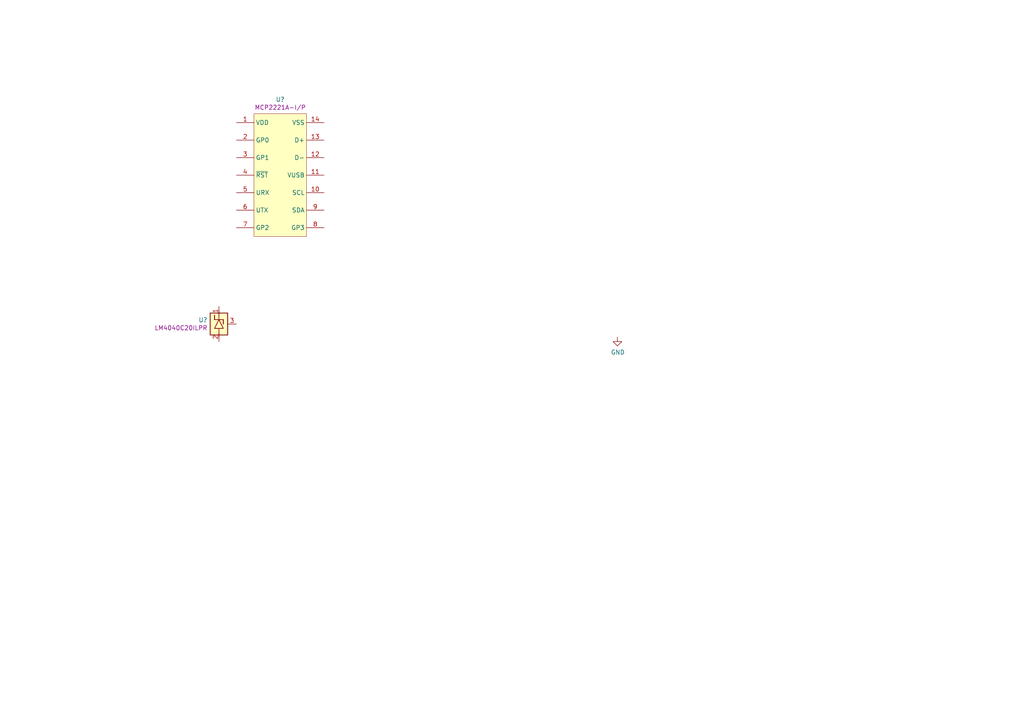
<source format=kicad_sch>
(kicad_sch (version 20211123) (generator eeschema)
  (paper "A4")
  (lib_symbols
    (symbol "master-vampire_General:U_LM4040_TO92-3"
      (property "Reference" "U" (at -3.81 1.27 0))
      (property "MPN" "DNP" (at -5.08 -1.27 0))
      (symbol "U_LM4040_TO92-3_0_1"
        (polyline (pts (xy 0 -2.032) (xy 0 -1.27)))
        (polyline (pts (xy 0 2.032) (xy 0 1.27)))
      )
      (symbol "U_LM4040_TO92-3_1_1"
        (rectangle (start -2.54 3.175) (end 2.54 -3.175) (stroke (width 0.254)) (fill (type background)))
        (polyline (pts (xy -1.27 1.27) (xy -1.27 2.54)) (stroke (width 0.254)))
        (polyline (pts (xy -1.27 1.27) (xy 1.27 1.27)) (stroke (width 0.2032)))
        (polyline (pts (xy 0 -1.905) (xy 0 -3.81)))
        (polyline (pts (xy 0 3.81) (xy 0 1.905)))
        (polyline (pts (xy 1.27 1.27) (xy 1.27 0)) (stroke (width 0.254)))
        (polyline (pts (xy -1.27 -1.27) (xy 1.27 -1.27) (xy 0 1.27) (xy -1.27 -1.27)) (stroke (width 0.2032)))
        (pin passive line (at 0 5.08 270) (length 2.54) (name "~") (number "1"))
        (pin passive line (at 0 -5.08 90) (length 2.54) (name "~") (number "2"))
        (pin passive line (at 5.08 0 180) (length 2.54) (name "~") (number "3"))
      )
    )
    (symbol "master-vampire_General:U_MCP2221_14pin"
      (property "Reference" "U" (at 0 21.59 0))
      (property "MPN" "DNP" (at 0 19.05 0))
      (symbol "U_MCP2221_14pin_0_1"
        (rectangle (start -7.62 17.78) (end 7.62 -17.78) (stroke (width 0.1016)) (fill (type background)))
      )
      (symbol "U_MCP2221_14pin_1_1"
        (pin power_in line (at -12.7 15.24 0) (length 5.08) (name "VDD") (number "1"))
        (pin bidirectional line (at 12.7 -5.08 180) (length 5.08) (name "SCL") (number "10"))
        (pin power_in line (at 12.7 0 180) (length 5.08) (name "VUSB") (number "11"))
        (pin input line (at 12.7 5.08 180) (length 5.08) (name "D-") (number "12"))
        (pin input line (at 12.7 10.16 180) (length 5.08) (name "D+") (number "13"))
        (pin power_in line (at 12.7 15.24 180) (length 5.08) (name "VSS") (number "14"))
        (pin bidirectional line (at -12.7 10.16 0) (length 5.08) (name "GP0") (number "2"))
        (pin bidirectional line (at -12.7 5.08 0) (length 5.08) (name "GP1") (number "3"))
        (pin input line (at -12.7 0 0) (length 5.08) (name "~{RST}") (number "4"))
        (pin input line (at -12.7 -5.08 0) (length 5.08) (name "URX") (number "5"))
        (pin output line (at -12.7 -10.16 0) (length 5.08) (name "UTX") (number "6"))
        (pin bidirectional line (at -12.7 -15.24 0) (length 5.08) (name "GP2") (number "7"))
        (pin bidirectional line (at 12.7 -15.24 180) (length 5.08) (name "GP3") (number "8"))
        (pin bidirectional line (at 12.7 -10.16 180) (length 5.08) (name "SDA") (number "9"))
      )
    )
    (symbol "power:GND" (power) (pin_names (offset 0))
      (property "Value" "GND" (at 0 -3.81 0))
      (symbol "GND_0_1"
        (polyline (pts (xy 0 0) (xy 0 -1.27) (xy 1.27 -1.27) (xy 0 -2.54) (xy -1.27 -1.27) (xy 0 -1.27)))
      )
      (symbol "GND_1_1"
        (pin power_in line (at 0 0 270) (length 0) hide (name "GND") (number "1"))
      )
    )
  )
  (symbol (lib_id "power:GND") (at 179.07 97.79 0) (unit 1)
    (property "Reference" "#PWR?" (effects hide))
  )
  (symbol (lib_id "master-vampire_General:U_LM4040_TO92-3") (at 63.5 93.98 0) (unit 1)
    (property "Reference" "U?" (at 60.198 92.8116 0) (effects (justify right)))
    (property "MPN" "LM4040C20ILPR" (at 60.198 95.123 0) (effects (justify right)))
    (property "Manufacturer" "Texas Instruments" (effects hide))
    (property "Supplier" "DigiKey" (effects hide))
    (property "Supplier PN" "296-21579-1-ND" (effects hide))
    (property "Package" "TO-92-3" (effects hide))
  )
  (symbol (lib_id "master-vampire_General:U_MCP2221_14pin") (at 81.28 50.8 0) (unit 1)
    (property "Reference" "U?" (at 81.28 28.8544 0))
    (property "MPN" "MCP2221A-I/P" (at 81.28 31.1658 0))
    (property "Manufacturer" "Microchip Technology" (effects hide))
    (property "Supplier" "dIGIkEY" (effects hide))
    (property "Supplier PN" "MCP2221A-I/P-ND" (effects hide))
    (property "Package" "14-PDIP" (effects hide))
  )
)
</source>
